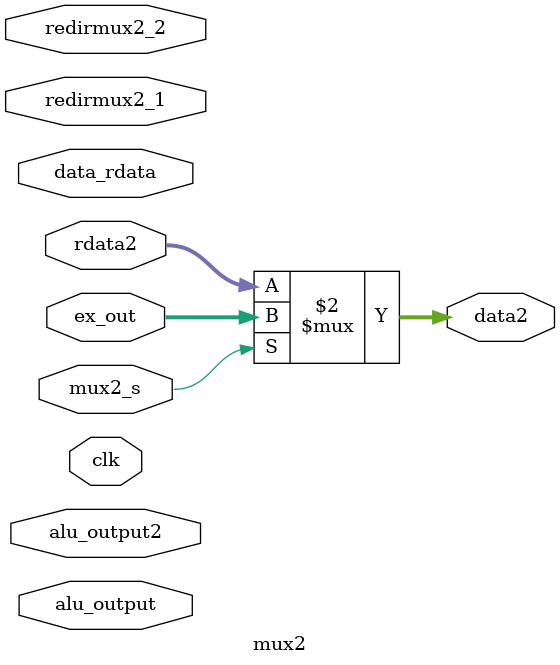
<source format=v>
`timescale 1ns / 1ps


module mux2(
    input clk,
    input mux2_s,
    input[31:0]rdata2,
    input[31:0]ex_out,//À©Õ¹Êý¾Ý
    input [31:0]alu_output,
    input [31:0]alu_output2,
    input [31:0]data_rdata,
    input redirmux2_1,redirmux2_2,
    output[31:0]data2
    );

    assign data2=(mux2_s==1)?ex_out:rdata2;
//    wire A,B,C,D,en;
//        assign A = (mux2_s==1);
//        assign B = (mux2_s==0);
//        assign en = (redirmux2_1 | redirmux2_2);
//        assign C = (redirmux2_1==1);
//        assign D = (redirmux2_2==1);
////        assign data2 = {32{A}} & ex_out | {32{B}}& rdata2 | {32{C}} & alu_output | {32{D}}&alu_output2;
//        assign data2 = (en==1)? ({32{C}} & alu_output | {32{D}}&alu_output2) : ({32{A}} & ex_out | {32{B}}& rdata2);

endmodule

</source>
